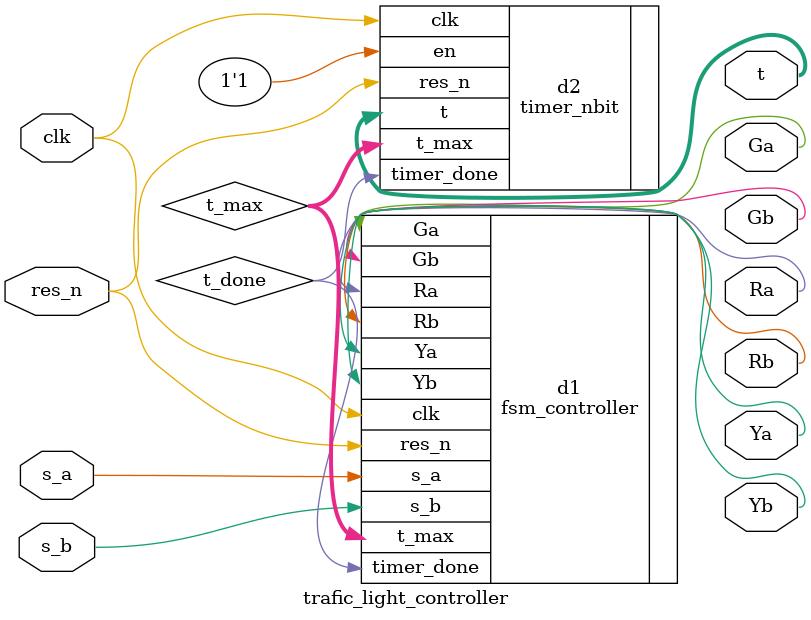
<source format=v>
`timescale 1ns / 1ps

module trafic_light_controller(
        input clk , res_n , s_a , s_b ,
        output [5:0]t ,
        output Ga , Ra , Ya , Gb , Yb , Rb
    );
    wire t_done ;
    wire [5:0]t_max ;
    fsm_controller d1 (.s_a(s_a) ,.s_b(s_b) , .clk(clk) ,
                       .res_n(res_n) , .timer_done(t_done)
                       ,.t_max(t_max) , .Ga(Ga) , .Gb(Gb) ,
                       .Ra(Ra) , .Rb(Rb) , .Ya(Ya) , .Yb(Yb) 
                      ) ;
    timer_nbit#(.n(6)) d2 (.clk(clk) ,.res_n(res_n) ,
                           .t_max(t_max) , .en(1'b1) ,
                           .timer_done(t_done) ,.t(t) );
endmodule

</source>
